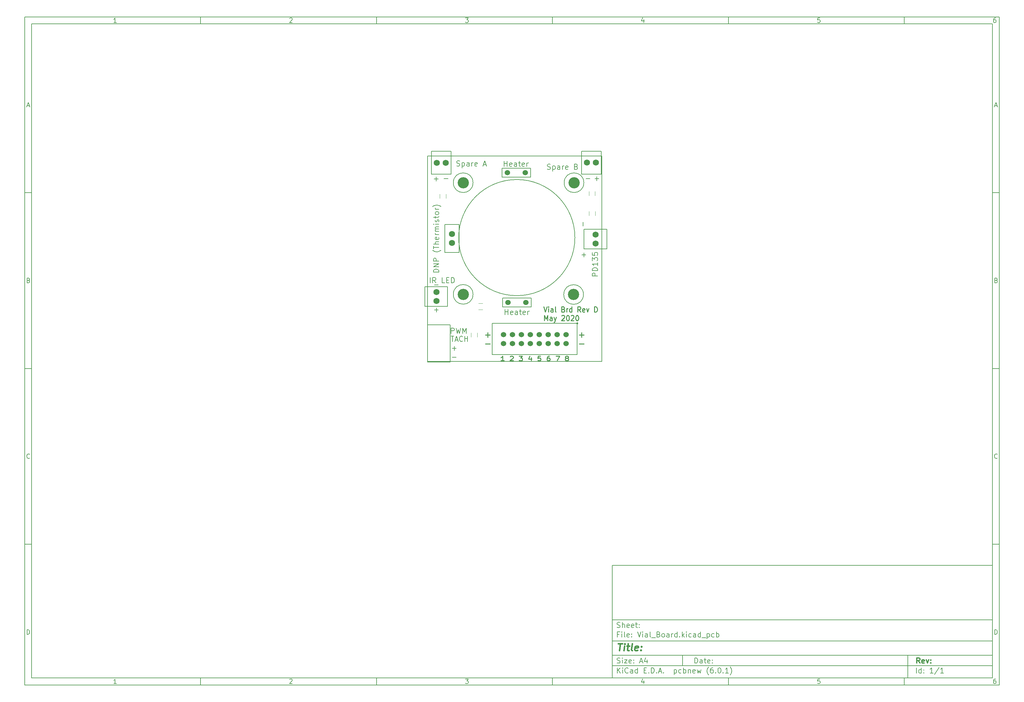
<source format=gbr>
%TF.GenerationSoftware,KiCad,Pcbnew,(6.0.1)*%
%TF.CreationDate,2022-03-10T11:24:42-03:00*%
%TF.ProjectId,Vial_Board,5669616c-5f42-46f6-9172-642e6b696361,rev?*%
%TF.SameCoordinates,Original*%
%TF.FileFunction,Legend,Top*%
%TF.FilePolarity,Positive*%
%FSLAX46Y46*%
G04 Gerber Fmt 4.6, Leading zero omitted, Abs format (unit mm)*
G04 Created by KiCad (PCBNEW (6.0.1)) date 2022-03-10 11:24:42*
%MOMM*%
%LPD*%
G01*
G04 APERTURE LIST*
%ADD10C,0.100000*%
%ADD11C,0.150000*%
%ADD12C,0.300000*%
%ADD13C,0.400000*%
%ADD14C,0.215900*%
%ADD15C,0.177800*%
%ADD16C,0.254000*%
%TA.AperFunction,Profile*%
%ADD17C,0.150000*%
%TD*%
%ADD18C,0.120000*%
%ADD19C,3.199994*%
%ADD20C,1.524000*%
%ADD21C,1.750000*%
G04 APERTURE END LIST*
D10*
D11*
X177002200Y-166007200D02*
X177002200Y-198007200D01*
X285002200Y-198007200D01*
X285002200Y-166007200D01*
X177002200Y-166007200D01*
D10*
D11*
X10000000Y-10000000D02*
X10000000Y-200007200D01*
X287002200Y-200007200D01*
X287002200Y-10000000D01*
X10000000Y-10000000D01*
D10*
D11*
X12000000Y-12000000D02*
X12000000Y-198007200D01*
X285002200Y-198007200D01*
X285002200Y-12000000D01*
X12000000Y-12000000D01*
D10*
D11*
X60000000Y-12000000D02*
X60000000Y-10000000D01*
D10*
D11*
X110000000Y-12000000D02*
X110000000Y-10000000D01*
D10*
D11*
X160000000Y-12000000D02*
X160000000Y-10000000D01*
D10*
D11*
X210000000Y-12000000D02*
X210000000Y-10000000D01*
D10*
D11*
X260000000Y-12000000D02*
X260000000Y-10000000D01*
D10*
D11*
X36065476Y-11588095D02*
X35322619Y-11588095D01*
X35694047Y-11588095D02*
X35694047Y-10288095D01*
X35570238Y-10473809D01*
X35446428Y-10597619D01*
X35322619Y-10659523D01*
D10*
D11*
X85322619Y-10411904D02*
X85384523Y-10350000D01*
X85508333Y-10288095D01*
X85817857Y-10288095D01*
X85941666Y-10350000D01*
X86003571Y-10411904D01*
X86065476Y-10535714D01*
X86065476Y-10659523D01*
X86003571Y-10845238D01*
X85260714Y-11588095D01*
X86065476Y-11588095D01*
D10*
D11*
X135260714Y-10288095D02*
X136065476Y-10288095D01*
X135632142Y-10783333D01*
X135817857Y-10783333D01*
X135941666Y-10845238D01*
X136003571Y-10907142D01*
X136065476Y-11030952D01*
X136065476Y-11340476D01*
X136003571Y-11464285D01*
X135941666Y-11526190D01*
X135817857Y-11588095D01*
X135446428Y-11588095D01*
X135322619Y-11526190D01*
X135260714Y-11464285D01*
D10*
D11*
X185941666Y-10721428D02*
X185941666Y-11588095D01*
X185632142Y-10226190D02*
X185322619Y-11154761D01*
X186127380Y-11154761D01*
D10*
D11*
X236003571Y-10288095D02*
X235384523Y-10288095D01*
X235322619Y-10907142D01*
X235384523Y-10845238D01*
X235508333Y-10783333D01*
X235817857Y-10783333D01*
X235941666Y-10845238D01*
X236003571Y-10907142D01*
X236065476Y-11030952D01*
X236065476Y-11340476D01*
X236003571Y-11464285D01*
X235941666Y-11526190D01*
X235817857Y-11588095D01*
X235508333Y-11588095D01*
X235384523Y-11526190D01*
X235322619Y-11464285D01*
D10*
D11*
X285941666Y-10288095D02*
X285694047Y-10288095D01*
X285570238Y-10350000D01*
X285508333Y-10411904D01*
X285384523Y-10597619D01*
X285322619Y-10845238D01*
X285322619Y-11340476D01*
X285384523Y-11464285D01*
X285446428Y-11526190D01*
X285570238Y-11588095D01*
X285817857Y-11588095D01*
X285941666Y-11526190D01*
X286003571Y-11464285D01*
X286065476Y-11340476D01*
X286065476Y-11030952D01*
X286003571Y-10907142D01*
X285941666Y-10845238D01*
X285817857Y-10783333D01*
X285570238Y-10783333D01*
X285446428Y-10845238D01*
X285384523Y-10907142D01*
X285322619Y-11030952D01*
D10*
D11*
X60000000Y-198007200D02*
X60000000Y-200007200D01*
D10*
D11*
X110000000Y-198007200D02*
X110000000Y-200007200D01*
D10*
D11*
X160000000Y-198007200D02*
X160000000Y-200007200D01*
D10*
D11*
X210000000Y-198007200D02*
X210000000Y-200007200D01*
D10*
D11*
X260000000Y-198007200D02*
X260000000Y-200007200D01*
D10*
D11*
X36065476Y-199595295D02*
X35322619Y-199595295D01*
X35694047Y-199595295D02*
X35694047Y-198295295D01*
X35570238Y-198481009D01*
X35446428Y-198604819D01*
X35322619Y-198666723D01*
D10*
D11*
X85322619Y-198419104D02*
X85384523Y-198357200D01*
X85508333Y-198295295D01*
X85817857Y-198295295D01*
X85941666Y-198357200D01*
X86003571Y-198419104D01*
X86065476Y-198542914D01*
X86065476Y-198666723D01*
X86003571Y-198852438D01*
X85260714Y-199595295D01*
X86065476Y-199595295D01*
D10*
D11*
X135260714Y-198295295D02*
X136065476Y-198295295D01*
X135632142Y-198790533D01*
X135817857Y-198790533D01*
X135941666Y-198852438D01*
X136003571Y-198914342D01*
X136065476Y-199038152D01*
X136065476Y-199347676D01*
X136003571Y-199471485D01*
X135941666Y-199533390D01*
X135817857Y-199595295D01*
X135446428Y-199595295D01*
X135322619Y-199533390D01*
X135260714Y-199471485D01*
D10*
D11*
X185941666Y-198728628D02*
X185941666Y-199595295D01*
X185632142Y-198233390D02*
X185322619Y-199161961D01*
X186127380Y-199161961D01*
D10*
D11*
X236003571Y-198295295D02*
X235384523Y-198295295D01*
X235322619Y-198914342D01*
X235384523Y-198852438D01*
X235508333Y-198790533D01*
X235817857Y-198790533D01*
X235941666Y-198852438D01*
X236003571Y-198914342D01*
X236065476Y-199038152D01*
X236065476Y-199347676D01*
X236003571Y-199471485D01*
X235941666Y-199533390D01*
X235817857Y-199595295D01*
X235508333Y-199595295D01*
X235384523Y-199533390D01*
X235322619Y-199471485D01*
D10*
D11*
X285941666Y-198295295D02*
X285694047Y-198295295D01*
X285570238Y-198357200D01*
X285508333Y-198419104D01*
X285384523Y-198604819D01*
X285322619Y-198852438D01*
X285322619Y-199347676D01*
X285384523Y-199471485D01*
X285446428Y-199533390D01*
X285570238Y-199595295D01*
X285817857Y-199595295D01*
X285941666Y-199533390D01*
X286003571Y-199471485D01*
X286065476Y-199347676D01*
X286065476Y-199038152D01*
X286003571Y-198914342D01*
X285941666Y-198852438D01*
X285817857Y-198790533D01*
X285570238Y-198790533D01*
X285446428Y-198852438D01*
X285384523Y-198914342D01*
X285322619Y-199038152D01*
D10*
D11*
X10000000Y-60000000D02*
X12000000Y-60000000D01*
D10*
D11*
X10000000Y-110000000D02*
X12000000Y-110000000D01*
D10*
D11*
X10000000Y-160000000D02*
X12000000Y-160000000D01*
D10*
D11*
X10690476Y-35216666D02*
X11309523Y-35216666D01*
X10566666Y-35588095D02*
X11000000Y-34288095D01*
X11433333Y-35588095D01*
D10*
D11*
X11092857Y-84907142D02*
X11278571Y-84969047D01*
X11340476Y-85030952D01*
X11402380Y-85154761D01*
X11402380Y-85340476D01*
X11340476Y-85464285D01*
X11278571Y-85526190D01*
X11154761Y-85588095D01*
X10659523Y-85588095D01*
X10659523Y-84288095D01*
X11092857Y-84288095D01*
X11216666Y-84350000D01*
X11278571Y-84411904D01*
X11340476Y-84535714D01*
X11340476Y-84659523D01*
X11278571Y-84783333D01*
X11216666Y-84845238D01*
X11092857Y-84907142D01*
X10659523Y-84907142D01*
D10*
D11*
X11402380Y-135464285D02*
X11340476Y-135526190D01*
X11154761Y-135588095D01*
X11030952Y-135588095D01*
X10845238Y-135526190D01*
X10721428Y-135402380D01*
X10659523Y-135278571D01*
X10597619Y-135030952D01*
X10597619Y-134845238D01*
X10659523Y-134597619D01*
X10721428Y-134473809D01*
X10845238Y-134350000D01*
X11030952Y-134288095D01*
X11154761Y-134288095D01*
X11340476Y-134350000D01*
X11402380Y-134411904D01*
D10*
D11*
X10659523Y-185588095D02*
X10659523Y-184288095D01*
X10969047Y-184288095D01*
X11154761Y-184350000D01*
X11278571Y-184473809D01*
X11340476Y-184597619D01*
X11402380Y-184845238D01*
X11402380Y-185030952D01*
X11340476Y-185278571D01*
X11278571Y-185402380D01*
X11154761Y-185526190D01*
X10969047Y-185588095D01*
X10659523Y-185588095D01*
D10*
D11*
X287002200Y-60000000D02*
X285002200Y-60000000D01*
D10*
D11*
X287002200Y-110000000D02*
X285002200Y-110000000D01*
D10*
D11*
X287002200Y-160000000D02*
X285002200Y-160000000D01*
D10*
D11*
X285692676Y-35216666D02*
X286311723Y-35216666D01*
X285568866Y-35588095D02*
X286002200Y-34288095D01*
X286435533Y-35588095D01*
D10*
D11*
X286095057Y-84907142D02*
X286280771Y-84969047D01*
X286342676Y-85030952D01*
X286404580Y-85154761D01*
X286404580Y-85340476D01*
X286342676Y-85464285D01*
X286280771Y-85526190D01*
X286156961Y-85588095D01*
X285661723Y-85588095D01*
X285661723Y-84288095D01*
X286095057Y-84288095D01*
X286218866Y-84350000D01*
X286280771Y-84411904D01*
X286342676Y-84535714D01*
X286342676Y-84659523D01*
X286280771Y-84783333D01*
X286218866Y-84845238D01*
X286095057Y-84907142D01*
X285661723Y-84907142D01*
D10*
D11*
X286404580Y-135464285D02*
X286342676Y-135526190D01*
X286156961Y-135588095D01*
X286033152Y-135588095D01*
X285847438Y-135526190D01*
X285723628Y-135402380D01*
X285661723Y-135278571D01*
X285599819Y-135030952D01*
X285599819Y-134845238D01*
X285661723Y-134597619D01*
X285723628Y-134473809D01*
X285847438Y-134350000D01*
X286033152Y-134288095D01*
X286156961Y-134288095D01*
X286342676Y-134350000D01*
X286404580Y-134411904D01*
D10*
D11*
X285661723Y-185588095D02*
X285661723Y-184288095D01*
X285971247Y-184288095D01*
X286156961Y-184350000D01*
X286280771Y-184473809D01*
X286342676Y-184597619D01*
X286404580Y-184845238D01*
X286404580Y-185030952D01*
X286342676Y-185278571D01*
X286280771Y-185402380D01*
X286156961Y-185526190D01*
X285971247Y-185588095D01*
X285661723Y-185588095D01*
D10*
D11*
X200434342Y-193785771D02*
X200434342Y-192285771D01*
X200791485Y-192285771D01*
X201005771Y-192357200D01*
X201148628Y-192500057D01*
X201220057Y-192642914D01*
X201291485Y-192928628D01*
X201291485Y-193142914D01*
X201220057Y-193428628D01*
X201148628Y-193571485D01*
X201005771Y-193714342D01*
X200791485Y-193785771D01*
X200434342Y-193785771D01*
X202577200Y-193785771D02*
X202577200Y-193000057D01*
X202505771Y-192857200D01*
X202362914Y-192785771D01*
X202077200Y-192785771D01*
X201934342Y-192857200D01*
X202577200Y-193714342D02*
X202434342Y-193785771D01*
X202077200Y-193785771D01*
X201934342Y-193714342D01*
X201862914Y-193571485D01*
X201862914Y-193428628D01*
X201934342Y-193285771D01*
X202077200Y-193214342D01*
X202434342Y-193214342D01*
X202577200Y-193142914D01*
X203077200Y-192785771D02*
X203648628Y-192785771D01*
X203291485Y-192285771D02*
X203291485Y-193571485D01*
X203362914Y-193714342D01*
X203505771Y-193785771D01*
X203648628Y-193785771D01*
X204720057Y-193714342D02*
X204577200Y-193785771D01*
X204291485Y-193785771D01*
X204148628Y-193714342D01*
X204077200Y-193571485D01*
X204077200Y-193000057D01*
X204148628Y-192857200D01*
X204291485Y-192785771D01*
X204577200Y-192785771D01*
X204720057Y-192857200D01*
X204791485Y-193000057D01*
X204791485Y-193142914D01*
X204077200Y-193285771D01*
X205434342Y-193642914D02*
X205505771Y-193714342D01*
X205434342Y-193785771D01*
X205362914Y-193714342D01*
X205434342Y-193642914D01*
X205434342Y-193785771D01*
X205434342Y-192857200D02*
X205505771Y-192928628D01*
X205434342Y-193000057D01*
X205362914Y-192928628D01*
X205434342Y-192857200D01*
X205434342Y-193000057D01*
D10*
D11*
X177002200Y-194507200D02*
X285002200Y-194507200D01*
D10*
D11*
X178434342Y-196585771D02*
X178434342Y-195085771D01*
X179291485Y-196585771D02*
X178648628Y-195728628D01*
X179291485Y-195085771D02*
X178434342Y-195942914D01*
X179934342Y-196585771D02*
X179934342Y-195585771D01*
X179934342Y-195085771D02*
X179862914Y-195157200D01*
X179934342Y-195228628D01*
X180005771Y-195157200D01*
X179934342Y-195085771D01*
X179934342Y-195228628D01*
X181505771Y-196442914D02*
X181434342Y-196514342D01*
X181220057Y-196585771D01*
X181077200Y-196585771D01*
X180862914Y-196514342D01*
X180720057Y-196371485D01*
X180648628Y-196228628D01*
X180577200Y-195942914D01*
X180577200Y-195728628D01*
X180648628Y-195442914D01*
X180720057Y-195300057D01*
X180862914Y-195157200D01*
X181077200Y-195085771D01*
X181220057Y-195085771D01*
X181434342Y-195157200D01*
X181505771Y-195228628D01*
X182791485Y-196585771D02*
X182791485Y-195800057D01*
X182720057Y-195657200D01*
X182577200Y-195585771D01*
X182291485Y-195585771D01*
X182148628Y-195657200D01*
X182791485Y-196514342D02*
X182648628Y-196585771D01*
X182291485Y-196585771D01*
X182148628Y-196514342D01*
X182077200Y-196371485D01*
X182077200Y-196228628D01*
X182148628Y-196085771D01*
X182291485Y-196014342D01*
X182648628Y-196014342D01*
X182791485Y-195942914D01*
X184148628Y-196585771D02*
X184148628Y-195085771D01*
X184148628Y-196514342D02*
X184005771Y-196585771D01*
X183720057Y-196585771D01*
X183577200Y-196514342D01*
X183505771Y-196442914D01*
X183434342Y-196300057D01*
X183434342Y-195871485D01*
X183505771Y-195728628D01*
X183577200Y-195657200D01*
X183720057Y-195585771D01*
X184005771Y-195585771D01*
X184148628Y-195657200D01*
X186005771Y-195800057D02*
X186505771Y-195800057D01*
X186720057Y-196585771D02*
X186005771Y-196585771D01*
X186005771Y-195085771D01*
X186720057Y-195085771D01*
X187362914Y-196442914D02*
X187434342Y-196514342D01*
X187362914Y-196585771D01*
X187291485Y-196514342D01*
X187362914Y-196442914D01*
X187362914Y-196585771D01*
X188077200Y-196585771D02*
X188077200Y-195085771D01*
X188434342Y-195085771D01*
X188648628Y-195157200D01*
X188791485Y-195300057D01*
X188862914Y-195442914D01*
X188934342Y-195728628D01*
X188934342Y-195942914D01*
X188862914Y-196228628D01*
X188791485Y-196371485D01*
X188648628Y-196514342D01*
X188434342Y-196585771D01*
X188077200Y-196585771D01*
X189577200Y-196442914D02*
X189648628Y-196514342D01*
X189577200Y-196585771D01*
X189505771Y-196514342D01*
X189577200Y-196442914D01*
X189577200Y-196585771D01*
X190220057Y-196157200D02*
X190934342Y-196157200D01*
X190077200Y-196585771D02*
X190577200Y-195085771D01*
X191077200Y-196585771D01*
X191577200Y-196442914D02*
X191648628Y-196514342D01*
X191577200Y-196585771D01*
X191505771Y-196514342D01*
X191577200Y-196442914D01*
X191577200Y-196585771D01*
X194577200Y-195585771D02*
X194577200Y-197085771D01*
X194577200Y-195657200D02*
X194720057Y-195585771D01*
X195005771Y-195585771D01*
X195148628Y-195657200D01*
X195220057Y-195728628D01*
X195291485Y-195871485D01*
X195291485Y-196300057D01*
X195220057Y-196442914D01*
X195148628Y-196514342D01*
X195005771Y-196585771D01*
X194720057Y-196585771D01*
X194577200Y-196514342D01*
X196577200Y-196514342D02*
X196434342Y-196585771D01*
X196148628Y-196585771D01*
X196005771Y-196514342D01*
X195934342Y-196442914D01*
X195862914Y-196300057D01*
X195862914Y-195871485D01*
X195934342Y-195728628D01*
X196005771Y-195657200D01*
X196148628Y-195585771D01*
X196434342Y-195585771D01*
X196577200Y-195657200D01*
X197220057Y-196585771D02*
X197220057Y-195085771D01*
X197220057Y-195657200D02*
X197362914Y-195585771D01*
X197648628Y-195585771D01*
X197791485Y-195657200D01*
X197862914Y-195728628D01*
X197934342Y-195871485D01*
X197934342Y-196300057D01*
X197862914Y-196442914D01*
X197791485Y-196514342D01*
X197648628Y-196585771D01*
X197362914Y-196585771D01*
X197220057Y-196514342D01*
X198577200Y-195585771D02*
X198577200Y-196585771D01*
X198577200Y-195728628D02*
X198648628Y-195657200D01*
X198791485Y-195585771D01*
X199005771Y-195585771D01*
X199148628Y-195657200D01*
X199220057Y-195800057D01*
X199220057Y-196585771D01*
X200505771Y-196514342D02*
X200362914Y-196585771D01*
X200077200Y-196585771D01*
X199934342Y-196514342D01*
X199862914Y-196371485D01*
X199862914Y-195800057D01*
X199934342Y-195657200D01*
X200077200Y-195585771D01*
X200362914Y-195585771D01*
X200505771Y-195657200D01*
X200577200Y-195800057D01*
X200577200Y-195942914D01*
X199862914Y-196085771D01*
X201077200Y-195585771D02*
X201362914Y-196585771D01*
X201648628Y-195871485D01*
X201934342Y-196585771D01*
X202220057Y-195585771D01*
X204362914Y-197157200D02*
X204291485Y-197085771D01*
X204148628Y-196871485D01*
X204077200Y-196728628D01*
X204005771Y-196514342D01*
X203934342Y-196157200D01*
X203934342Y-195871485D01*
X204005771Y-195514342D01*
X204077200Y-195300057D01*
X204148628Y-195157200D01*
X204291485Y-194942914D01*
X204362914Y-194871485D01*
X205577200Y-195085771D02*
X205291485Y-195085771D01*
X205148628Y-195157200D01*
X205077200Y-195228628D01*
X204934342Y-195442914D01*
X204862914Y-195728628D01*
X204862914Y-196300057D01*
X204934342Y-196442914D01*
X205005771Y-196514342D01*
X205148628Y-196585771D01*
X205434342Y-196585771D01*
X205577200Y-196514342D01*
X205648628Y-196442914D01*
X205720057Y-196300057D01*
X205720057Y-195942914D01*
X205648628Y-195800057D01*
X205577200Y-195728628D01*
X205434342Y-195657200D01*
X205148628Y-195657200D01*
X205005771Y-195728628D01*
X204934342Y-195800057D01*
X204862914Y-195942914D01*
X206362914Y-196442914D02*
X206434342Y-196514342D01*
X206362914Y-196585771D01*
X206291485Y-196514342D01*
X206362914Y-196442914D01*
X206362914Y-196585771D01*
X207362914Y-195085771D02*
X207505771Y-195085771D01*
X207648628Y-195157200D01*
X207720057Y-195228628D01*
X207791485Y-195371485D01*
X207862914Y-195657200D01*
X207862914Y-196014342D01*
X207791485Y-196300057D01*
X207720057Y-196442914D01*
X207648628Y-196514342D01*
X207505771Y-196585771D01*
X207362914Y-196585771D01*
X207220057Y-196514342D01*
X207148628Y-196442914D01*
X207077200Y-196300057D01*
X207005771Y-196014342D01*
X207005771Y-195657200D01*
X207077200Y-195371485D01*
X207148628Y-195228628D01*
X207220057Y-195157200D01*
X207362914Y-195085771D01*
X208505771Y-196442914D02*
X208577200Y-196514342D01*
X208505771Y-196585771D01*
X208434342Y-196514342D01*
X208505771Y-196442914D01*
X208505771Y-196585771D01*
X210005771Y-196585771D02*
X209148628Y-196585771D01*
X209577200Y-196585771D02*
X209577200Y-195085771D01*
X209434342Y-195300057D01*
X209291485Y-195442914D01*
X209148628Y-195514342D01*
X210505771Y-197157200D02*
X210577200Y-197085771D01*
X210720057Y-196871485D01*
X210791485Y-196728628D01*
X210862914Y-196514342D01*
X210934342Y-196157200D01*
X210934342Y-195871485D01*
X210862914Y-195514342D01*
X210791485Y-195300057D01*
X210720057Y-195157200D01*
X210577200Y-194942914D01*
X210505771Y-194871485D01*
D10*
D11*
X177002200Y-191507200D02*
X285002200Y-191507200D01*
D10*
D12*
X264411485Y-193785771D02*
X263911485Y-193071485D01*
X263554342Y-193785771D02*
X263554342Y-192285771D01*
X264125771Y-192285771D01*
X264268628Y-192357200D01*
X264340057Y-192428628D01*
X264411485Y-192571485D01*
X264411485Y-192785771D01*
X264340057Y-192928628D01*
X264268628Y-193000057D01*
X264125771Y-193071485D01*
X263554342Y-193071485D01*
X265625771Y-193714342D02*
X265482914Y-193785771D01*
X265197200Y-193785771D01*
X265054342Y-193714342D01*
X264982914Y-193571485D01*
X264982914Y-193000057D01*
X265054342Y-192857200D01*
X265197200Y-192785771D01*
X265482914Y-192785771D01*
X265625771Y-192857200D01*
X265697200Y-193000057D01*
X265697200Y-193142914D01*
X264982914Y-193285771D01*
X266197200Y-192785771D02*
X266554342Y-193785771D01*
X266911485Y-192785771D01*
X267482914Y-193642914D02*
X267554342Y-193714342D01*
X267482914Y-193785771D01*
X267411485Y-193714342D01*
X267482914Y-193642914D01*
X267482914Y-193785771D01*
X267482914Y-192857200D02*
X267554342Y-192928628D01*
X267482914Y-193000057D01*
X267411485Y-192928628D01*
X267482914Y-192857200D01*
X267482914Y-193000057D01*
D10*
D11*
X178362914Y-193714342D02*
X178577200Y-193785771D01*
X178934342Y-193785771D01*
X179077200Y-193714342D01*
X179148628Y-193642914D01*
X179220057Y-193500057D01*
X179220057Y-193357200D01*
X179148628Y-193214342D01*
X179077200Y-193142914D01*
X178934342Y-193071485D01*
X178648628Y-193000057D01*
X178505771Y-192928628D01*
X178434342Y-192857200D01*
X178362914Y-192714342D01*
X178362914Y-192571485D01*
X178434342Y-192428628D01*
X178505771Y-192357200D01*
X178648628Y-192285771D01*
X179005771Y-192285771D01*
X179220057Y-192357200D01*
X179862914Y-193785771D02*
X179862914Y-192785771D01*
X179862914Y-192285771D02*
X179791485Y-192357200D01*
X179862914Y-192428628D01*
X179934342Y-192357200D01*
X179862914Y-192285771D01*
X179862914Y-192428628D01*
X180434342Y-192785771D02*
X181220057Y-192785771D01*
X180434342Y-193785771D01*
X181220057Y-193785771D01*
X182362914Y-193714342D02*
X182220057Y-193785771D01*
X181934342Y-193785771D01*
X181791485Y-193714342D01*
X181720057Y-193571485D01*
X181720057Y-193000057D01*
X181791485Y-192857200D01*
X181934342Y-192785771D01*
X182220057Y-192785771D01*
X182362914Y-192857200D01*
X182434342Y-193000057D01*
X182434342Y-193142914D01*
X181720057Y-193285771D01*
X183077200Y-193642914D02*
X183148628Y-193714342D01*
X183077200Y-193785771D01*
X183005771Y-193714342D01*
X183077200Y-193642914D01*
X183077200Y-193785771D01*
X183077200Y-192857200D02*
X183148628Y-192928628D01*
X183077200Y-193000057D01*
X183005771Y-192928628D01*
X183077200Y-192857200D01*
X183077200Y-193000057D01*
X184862914Y-193357200D02*
X185577200Y-193357200D01*
X184720057Y-193785771D02*
X185220057Y-192285771D01*
X185720057Y-193785771D01*
X186862914Y-192785771D02*
X186862914Y-193785771D01*
X186505771Y-192214342D02*
X186148628Y-193285771D01*
X187077200Y-193285771D01*
D10*
D11*
X263434342Y-196585771D02*
X263434342Y-195085771D01*
X264791485Y-196585771D02*
X264791485Y-195085771D01*
X264791485Y-196514342D02*
X264648628Y-196585771D01*
X264362914Y-196585771D01*
X264220057Y-196514342D01*
X264148628Y-196442914D01*
X264077200Y-196300057D01*
X264077200Y-195871485D01*
X264148628Y-195728628D01*
X264220057Y-195657200D01*
X264362914Y-195585771D01*
X264648628Y-195585771D01*
X264791485Y-195657200D01*
X265505771Y-196442914D02*
X265577200Y-196514342D01*
X265505771Y-196585771D01*
X265434342Y-196514342D01*
X265505771Y-196442914D01*
X265505771Y-196585771D01*
X265505771Y-195657200D02*
X265577200Y-195728628D01*
X265505771Y-195800057D01*
X265434342Y-195728628D01*
X265505771Y-195657200D01*
X265505771Y-195800057D01*
X268148628Y-196585771D02*
X267291485Y-196585771D01*
X267720057Y-196585771D02*
X267720057Y-195085771D01*
X267577200Y-195300057D01*
X267434342Y-195442914D01*
X267291485Y-195514342D01*
X269862914Y-195014342D02*
X268577200Y-196942914D01*
X271148628Y-196585771D02*
X270291485Y-196585771D01*
X270720057Y-196585771D02*
X270720057Y-195085771D01*
X270577200Y-195300057D01*
X270434342Y-195442914D01*
X270291485Y-195514342D01*
D10*
D11*
X177002200Y-187507200D02*
X285002200Y-187507200D01*
D10*
D13*
X178714580Y-188211961D02*
X179857438Y-188211961D01*
X179036009Y-190211961D02*
X179286009Y-188211961D01*
X180274104Y-190211961D02*
X180440771Y-188878628D01*
X180524104Y-188211961D02*
X180416961Y-188307200D01*
X180500295Y-188402438D01*
X180607438Y-188307200D01*
X180524104Y-188211961D01*
X180500295Y-188402438D01*
X181107438Y-188878628D02*
X181869342Y-188878628D01*
X181476485Y-188211961D02*
X181262200Y-189926247D01*
X181333628Y-190116723D01*
X181512200Y-190211961D01*
X181702676Y-190211961D01*
X182655057Y-190211961D02*
X182476485Y-190116723D01*
X182405057Y-189926247D01*
X182619342Y-188211961D01*
X184190771Y-190116723D02*
X183988390Y-190211961D01*
X183607438Y-190211961D01*
X183428866Y-190116723D01*
X183357438Y-189926247D01*
X183452676Y-189164342D01*
X183571723Y-188973866D01*
X183774104Y-188878628D01*
X184155057Y-188878628D01*
X184333628Y-188973866D01*
X184405057Y-189164342D01*
X184381247Y-189354819D01*
X183405057Y-189545295D01*
X185155057Y-190021485D02*
X185238390Y-190116723D01*
X185131247Y-190211961D01*
X185047914Y-190116723D01*
X185155057Y-190021485D01*
X185131247Y-190211961D01*
X185286009Y-188973866D02*
X185369342Y-189069104D01*
X185262200Y-189164342D01*
X185178866Y-189069104D01*
X185286009Y-188973866D01*
X185262200Y-189164342D01*
D10*
D11*
X178934342Y-185600057D02*
X178434342Y-185600057D01*
X178434342Y-186385771D02*
X178434342Y-184885771D01*
X179148628Y-184885771D01*
X179720057Y-186385771D02*
X179720057Y-185385771D01*
X179720057Y-184885771D02*
X179648628Y-184957200D01*
X179720057Y-185028628D01*
X179791485Y-184957200D01*
X179720057Y-184885771D01*
X179720057Y-185028628D01*
X180648628Y-186385771D02*
X180505771Y-186314342D01*
X180434342Y-186171485D01*
X180434342Y-184885771D01*
X181791485Y-186314342D02*
X181648628Y-186385771D01*
X181362914Y-186385771D01*
X181220057Y-186314342D01*
X181148628Y-186171485D01*
X181148628Y-185600057D01*
X181220057Y-185457200D01*
X181362914Y-185385771D01*
X181648628Y-185385771D01*
X181791485Y-185457200D01*
X181862914Y-185600057D01*
X181862914Y-185742914D01*
X181148628Y-185885771D01*
X182505771Y-186242914D02*
X182577200Y-186314342D01*
X182505771Y-186385771D01*
X182434342Y-186314342D01*
X182505771Y-186242914D01*
X182505771Y-186385771D01*
X182505771Y-185457200D02*
X182577200Y-185528628D01*
X182505771Y-185600057D01*
X182434342Y-185528628D01*
X182505771Y-185457200D01*
X182505771Y-185600057D01*
X184148628Y-184885771D02*
X184648628Y-186385771D01*
X185148628Y-184885771D01*
X185648628Y-186385771D02*
X185648628Y-185385771D01*
X185648628Y-184885771D02*
X185577200Y-184957200D01*
X185648628Y-185028628D01*
X185720057Y-184957200D01*
X185648628Y-184885771D01*
X185648628Y-185028628D01*
X187005771Y-186385771D02*
X187005771Y-185600057D01*
X186934342Y-185457200D01*
X186791485Y-185385771D01*
X186505771Y-185385771D01*
X186362914Y-185457200D01*
X187005771Y-186314342D02*
X186862914Y-186385771D01*
X186505771Y-186385771D01*
X186362914Y-186314342D01*
X186291485Y-186171485D01*
X186291485Y-186028628D01*
X186362914Y-185885771D01*
X186505771Y-185814342D01*
X186862914Y-185814342D01*
X187005771Y-185742914D01*
X187934342Y-186385771D02*
X187791485Y-186314342D01*
X187720057Y-186171485D01*
X187720057Y-184885771D01*
X188148628Y-186528628D02*
X189291485Y-186528628D01*
X190148628Y-185600057D02*
X190362914Y-185671485D01*
X190434342Y-185742914D01*
X190505771Y-185885771D01*
X190505771Y-186100057D01*
X190434342Y-186242914D01*
X190362914Y-186314342D01*
X190220057Y-186385771D01*
X189648628Y-186385771D01*
X189648628Y-184885771D01*
X190148628Y-184885771D01*
X190291485Y-184957200D01*
X190362914Y-185028628D01*
X190434342Y-185171485D01*
X190434342Y-185314342D01*
X190362914Y-185457200D01*
X190291485Y-185528628D01*
X190148628Y-185600057D01*
X189648628Y-185600057D01*
X191362914Y-186385771D02*
X191220057Y-186314342D01*
X191148628Y-186242914D01*
X191077200Y-186100057D01*
X191077200Y-185671485D01*
X191148628Y-185528628D01*
X191220057Y-185457200D01*
X191362914Y-185385771D01*
X191577200Y-185385771D01*
X191720057Y-185457200D01*
X191791485Y-185528628D01*
X191862914Y-185671485D01*
X191862914Y-186100057D01*
X191791485Y-186242914D01*
X191720057Y-186314342D01*
X191577200Y-186385771D01*
X191362914Y-186385771D01*
X193148628Y-186385771D02*
X193148628Y-185600057D01*
X193077200Y-185457200D01*
X192934342Y-185385771D01*
X192648628Y-185385771D01*
X192505771Y-185457200D01*
X193148628Y-186314342D02*
X193005771Y-186385771D01*
X192648628Y-186385771D01*
X192505771Y-186314342D01*
X192434342Y-186171485D01*
X192434342Y-186028628D01*
X192505771Y-185885771D01*
X192648628Y-185814342D01*
X193005771Y-185814342D01*
X193148628Y-185742914D01*
X193862914Y-186385771D02*
X193862914Y-185385771D01*
X193862914Y-185671485D02*
X193934342Y-185528628D01*
X194005771Y-185457200D01*
X194148628Y-185385771D01*
X194291485Y-185385771D01*
X195434342Y-186385771D02*
X195434342Y-184885771D01*
X195434342Y-186314342D02*
X195291485Y-186385771D01*
X195005771Y-186385771D01*
X194862914Y-186314342D01*
X194791485Y-186242914D01*
X194720057Y-186100057D01*
X194720057Y-185671485D01*
X194791485Y-185528628D01*
X194862914Y-185457200D01*
X195005771Y-185385771D01*
X195291485Y-185385771D01*
X195434342Y-185457200D01*
X196148628Y-186242914D02*
X196220057Y-186314342D01*
X196148628Y-186385771D01*
X196077200Y-186314342D01*
X196148628Y-186242914D01*
X196148628Y-186385771D01*
X196862914Y-186385771D02*
X196862914Y-184885771D01*
X197005771Y-185814342D02*
X197434342Y-186385771D01*
X197434342Y-185385771D02*
X196862914Y-185957200D01*
X198077200Y-186385771D02*
X198077200Y-185385771D01*
X198077200Y-184885771D02*
X198005771Y-184957200D01*
X198077200Y-185028628D01*
X198148628Y-184957200D01*
X198077200Y-184885771D01*
X198077200Y-185028628D01*
X199434342Y-186314342D02*
X199291485Y-186385771D01*
X199005771Y-186385771D01*
X198862914Y-186314342D01*
X198791485Y-186242914D01*
X198720057Y-186100057D01*
X198720057Y-185671485D01*
X198791485Y-185528628D01*
X198862914Y-185457200D01*
X199005771Y-185385771D01*
X199291485Y-185385771D01*
X199434342Y-185457200D01*
X200720057Y-186385771D02*
X200720057Y-185600057D01*
X200648628Y-185457200D01*
X200505771Y-185385771D01*
X200220057Y-185385771D01*
X200077200Y-185457200D01*
X200720057Y-186314342D02*
X200577200Y-186385771D01*
X200220057Y-186385771D01*
X200077200Y-186314342D01*
X200005771Y-186171485D01*
X200005771Y-186028628D01*
X200077200Y-185885771D01*
X200220057Y-185814342D01*
X200577200Y-185814342D01*
X200720057Y-185742914D01*
X202077200Y-186385771D02*
X202077200Y-184885771D01*
X202077200Y-186314342D02*
X201934342Y-186385771D01*
X201648628Y-186385771D01*
X201505771Y-186314342D01*
X201434342Y-186242914D01*
X201362914Y-186100057D01*
X201362914Y-185671485D01*
X201434342Y-185528628D01*
X201505771Y-185457200D01*
X201648628Y-185385771D01*
X201934342Y-185385771D01*
X202077200Y-185457200D01*
X202434342Y-186528628D02*
X203577200Y-186528628D01*
X203934342Y-185385771D02*
X203934342Y-186885771D01*
X203934342Y-185457200D02*
X204077200Y-185385771D01*
X204362914Y-185385771D01*
X204505771Y-185457200D01*
X204577200Y-185528628D01*
X204648628Y-185671485D01*
X204648628Y-186100057D01*
X204577200Y-186242914D01*
X204505771Y-186314342D01*
X204362914Y-186385771D01*
X204077200Y-186385771D01*
X203934342Y-186314342D01*
X205934342Y-186314342D02*
X205791485Y-186385771D01*
X205505771Y-186385771D01*
X205362914Y-186314342D01*
X205291485Y-186242914D01*
X205220057Y-186100057D01*
X205220057Y-185671485D01*
X205291485Y-185528628D01*
X205362914Y-185457200D01*
X205505771Y-185385771D01*
X205791485Y-185385771D01*
X205934342Y-185457200D01*
X206577200Y-186385771D02*
X206577200Y-184885771D01*
X206577200Y-185457200D02*
X206720057Y-185385771D01*
X207005771Y-185385771D01*
X207148628Y-185457200D01*
X207220057Y-185528628D01*
X207291485Y-185671485D01*
X207291485Y-186100057D01*
X207220057Y-186242914D01*
X207148628Y-186314342D01*
X207005771Y-186385771D01*
X206720057Y-186385771D01*
X206577200Y-186314342D01*
D10*
D11*
X177002200Y-181507200D02*
X285002200Y-181507200D01*
D10*
D11*
X178362914Y-183614342D02*
X178577200Y-183685771D01*
X178934342Y-183685771D01*
X179077200Y-183614342D01*
X179148628Y-183542914D01*
X179220057Y-183400057D01*
X179220057Y-183257200D01*
X179148628Y-183114342D01*
X179077200Y-183042914D01*
X178934342Y-182971485D01*
X178648628Y-182900057D01*
X178505771Y-182828628D01*
X178434342Y-182757200D01*
X178362914Y-182614342D01*
X178362914Y-182471485D01*
X178434342Y-182328628D01*
X178505771Y-182257200D01*
X178648628Y-182185771D01*
X179005771Y-182185771D01*
X179220057Y-182257200D01*
X179862914Y-183685771D02*
X179862914Y-182185771D01*
X180505771Y-183685771D02*
X180505771Y-182900057D01*
X180434342Y-182757200D01*
X180291485Y-182685771D01*
X180077200Y-182685771D01*
X179934342Y-182757200D01*
X179862914Y-182828628D01*
X181791485Y-183614342D02*
X181648628Y-183685771D01*
X181362914Y-183685771D01*
X181220057Y-183614342D01*
X181148628Y-183471485D01*
X181148628Y-182900057D01*
X181220057Y-182757200D01*
X181362914Y-182685771D01*
X181648628Y-182685771D01*
X181791485Y-182757200D01*
X181862914Y-182900057D01*
X181862914Y-183042914D01*
X181148628Y-183185771D01*
X183077200Y-183614342D02*
X182934342Y-183685771D01*
X182648628Y-183685771D01*
X182505771Y-183614342D01*
X182434342Y-183471485D01*
X182434342Y-182900057D01*
X182505771Y-182757200D01*
X182648628Y-182685771D01*
X182934342Y-182685771D01*
X183077200Y-182757200D01*
X183148628Y-182900057D01*
X183148628Y-183042914D01*
X182434342Y-183185771D01*
X183577200Y-182685771D02*
X184148628Y-182685771D01*
X183791485Y-182185771D02*
X183791485Y-183471485D01*
X183862914Y-183614342D01*
X184005771Y-183685771D01*
X184148628Y-183685771D01*
X184648628Y-183542914D02*
X184720057Y-183614342D01*
X184648628Y-183685771D01*
X184577200Y-183614342D01*
X184648628Y-183542914D01*
X184648628Y-183685771D01*
X184648628Y-182757200D02*
X184720057Y-182828628D01*
X184648628Y-182900057D01*
X184577200Y-182828628D01*
X184648628Y-182757200D01*
X184648628Y-182900057D01*
D10*
D12*
D10*
D11*
D10*
D11*
D10*
D11*
D10*
D11*
D10*
D11*
X197002200Y-191507200D02*
X197002200Y-194507200D01*
D10*
D11*
X261002200Y-191507200D02*
X261002200Y-198007200D01*
D14*
X140927666Y-102997000D02*
X142282333Y-102997000D01*
X140927666Y-100457000D02*
X142282333Y-100457000D01*
X141605000Y-101134333D02*
X141605000Y-99779666D01*
D15*
X126941142Y-55469428D02*
X126941142Y-56630571D01*
X126360571Y-56050000D02*
X127521714Y-56050000D01*
X131175880Y-100765428D02*
X131974166Y-100765428D01*
X131575023Y-102289428D02*
X131575023Y-100765428D01*
X132373309Y-101854000D02*
X133038547Y-101854000D01*
X132240261Y-102289428D02*
X132705928Y-100765428D01*
X133171595Y-102289428D01*
X134435547Y-102144285D02*
X134369023Y-102216857D01*
X134169452Y-102289428D01*
X134036404Y-102289428D01*
X133836833Y-102216857D01*
X133703785Y-102071714D01*
X133637261Y-101926571D01*
X133570738Y-101636285D01*
X133570738Y-101418571D01*
X133637261Y-101128285D01*
X133703785Y-100983142D01*
X133836833Y-100838000D01*
X134036404Y-100765428D01*
X134169452Y-100765428D01*
X134369023Y-100838000D01*
X134435547Y-100910571D01*
X135034261Y-102289428D02*
X135034261Y-100765428D01*
X135034261Y-101491142D02*
X135832547Y-101491142D01*
X135832547Y-102289428D02*
X135832547Y-100765428D01*
X131499428Y-104248857D02*
X132660571Y-104248857D01*
X132080000Y-104829428D02*
X132080000Y-103668285D01*
X131209142Y-100003428D02*
X131209142Y-98479428D01*
X131789714Y-98479428D01*
X131934857Y-98552000D01*
X132007428Y-98624571D01*
X132080000Y-98769714D01*
X132080000Y-98987428D01*
X132007428Y-99132571D01*
X131934857Y-99205142D01*
X131789714Y-99277714D01*
X131209142Y-99277714D01*
X132588000Y-98479428D02*
X132950857Y-100003428D01*
X133241142Y-98914857D01*
X133531428Y-100003428D01*
X133894285Y-98479428D01*
X134474857Y-100003428D02*
X134474857Y-98479428D01*
X134982857Y-99568000D01*
X135490857Y-98479428D01*
X135490857Y-100003428D01*
D14*
X157493382Y-92418608D02*
X157959049Y-93942608D01*
X158424715Y-92418608D01*
X158890382Y-93942608D02*
X158890382Y-92926608D01*
X158890382Y-92418608D02*
X158823858Y-92491180D01*
X158890382Y-92563751D01*
X158956906Y-92491180D01*
X158890382Y-92418608D01*
X158890382Y-92563751D01*
X160154335Y-93942608D02*
X160154335Y-93144322D01*
X160087811Y-92999180D01*
X159954763Y-92926608D01*
X159688668Y-92926608D01*
X159555620Y-92999180D01*
X160154335Y-93870037D02*
X160021287Y-93942608D01*
X159688668Y-93942608D01*
X159555620Y-93870037D01*
X159489096Y-93724894D01*
X159489096Y-93579751D01*
X159555620Y-93434608D01*
X159688668Y-93362037D01*
X160021287Y-93362037D01*
X160154335Y-93289465D01*
X161019144Y-93942608D02*
X160886096Y-93870037D01*
X160819573Y-93724894D01*
X160819573Y-92418608D01*
X163081382Y-93144322D02*
X163280954Y-93216894D01*
X163347477Y-93289465D01*
X163414001Y-93434608D01*
X163414001Y-93652322D01*
X163347477Y-93797465D01*
X163280954Y-93870037D01*
X163147906Y-93942608D01*
X162615715Y-93942608D01*
X162615715Y-92418608D01*
X163081382Y-92418608D01*
X163214430Y-92491180D01*
X163280954Y-92563751D01*
X163347477Y-92708894D01*
X163347477Y-92854037D01*
X163280954Y-92999180D01*
X163214430Y-93071751D01*
X163081382Y-93144322D01*
X162615715Y-93144322D01*
X164012715Y-93942608D02*
X164012715Y-92926608D01*
X164012715Y-93216894D02*
X164079239Y-93071751D01*
X164145763Y-92999180D01*
X164278811Y-92926608D01*
X164411858Y-92926608D01*
X165476239Y-93942608D02*
X165476239Y-92418608D01*
X165476239Y-93870037D02*
X165343192Y-93942608D01*
X165077096Y-93942608D01*
X164944049Y-93870037D01*
X164877525Y-93797465D01*
X164811001Y-93652322D01*
X164811001Y-93216894D01*
X164877525Y-93071751D01*
X164944049Y-92999180D01*
X165077096Y-92926608D01*
X165343192Y-92926608D01*
X165476239Y-92999180D01*
X168004144Y-93942608D02*
X167538477Y-93216894D01*
X167205858Y-93942608D02*
X167205858Y-92418608D01*
X167738049Y-92418608D01*
X167871096Y-92491180D01*
X167937620Y-92563751D01*
X168004144Y-92708894D01*
X168004144Y-92926608D01*
X167937620Y-93071751D01*
X167871096Y-93144322D01*
X167738049Y-93216894D01*
X167205858Y-93216894D01*
X169135049Y-93870037D02*
X169002001Y-93942608D01*
X168735906Y-93942608D01*
X168602858Y-93870037D01*
X168536335Y-93724894D01*
X168536335Y-93144322D01*
X168602858Y-92999180D01*
X168735906Y-92926608D01*
X169002001Y-92926608D01*
X169135049Y-92999180D01*
X169201573Y-93144322D01*
X169201573Y-93289465D01*
X168536335Y-93434608D01*
X169667239Y-92926608D02*
X169999858Y-93942608D01*
X170332477Y-92926608D01*
X171929049Y-93942608D02*
X171929049Y-92418608D01*
X172261668Y-92418608D01*
X172461239Y-92491180D01*
X172594287Y-92636322D01*
X172660811Y-92781465D01*
X172727335Y-93071751D01*
X172727335Y-93289465D01*
X172660811Y-93579751D01*
X172594287Y-93724894D01*
X172461239Y-93870037D01*
X172261668Y-93942608D01*
X171929049Y-93942608D01*
X157692954Y-96396248D02*
X157692954Y-94872248D01*
X158158620Y-95960820D01*
X158624287Y-94872248D01*
X158624287Y-96396248D01*
X159888239Y-96396248D02*
X159888239Y-95597962D01*
X159821715Y-95452820D01*
X159688668Y-95380248D01*
X159422573Y-95380248D01*
X159289525Y-95452820D01*
X159888239Y-96323677D02*
X159755192Y-96396248D01*
X159422573Y-96396248D01*
X159289525Y-96323677D01*
X159223001Y-96178534D01*
X159223001Y-96033391D01*
X159289525Y-95888248D01*
X159422573Y-95815677D01*
X159755192Y-95815677D01*
X159888239Y-95743105D01*
X160420430Y-95380248D02*
X160753049Y-96396248D01*
X161085668Y-95380248D02*
X160753049Y-96396248D01*
X160620001Y-96759105D01*
X160553477Y-96831677D01*
X160420430Y-96904248D01*
X162615715Y-95017391D02*
X162682239Y-94944820D01*
X162815287Y-94872248D01*
X163147906Y-94872248D01*
X163280954Y-94944820D01*
X163347477Y-95017391D01*
X163414001Y-95162534D01*
X163414001Y-95307677D01*
X163347477Y-95525391D01*
X162549192Y-96396248D01*
X163414001Y-96396248D01*
X164278811Y-94872248D02*
X164411858Y-94872248D01*
X164544906Y-94944820D01*
X164611430Y-95017391D01*
X164677954Y-95162534D01*
X164744477Y-95452820D01*
X164744477Y-95815677D01*
X164677954Y-96105962D01*
X164611430Y-96251105D01*
X164544906Y-96323677D01*
X164411858Y-96396248D01*
X164278811Y-96396248D01*
X164145763Y-96323677D01*
X164079239Y-96251105D01*
X164012715Y-96105962D01*
X163946192Y-95815677D01*
X163946192Y-95452820D01*
X164012715Y-95162534D01*
X164079239Y-95017391D01*
X164145763Y-94944820D01*
X164278811Y-94872248D01*
X165276668Y-95017391D02*
X165343192Y-94944820D01*
X165476239Y-94872248D01*
X165808858Y-94872248D01*
X165941906Y-94944820D01*
X166008430Y-95017391D01*
X166074954Y-95162534D01*
X166074954Y-95307677D01*
X166008430Y-95525391D01*
X165210144Y-96396248D01*
X166074954Y-96396248D01*
X166939763Y-94872248D02*
X167072811Y-94872248D01*
X167205858Y-94944820D01*
X167272382Y-95017391D01*
X167338906Y-95162534D01*
X167405430Y-95452820D01*
X167405430Y-95815677D01*
X167338906Y-96105962D01*
X167272382Y-96251105D01*
X167205858Y-96323677D01*
X167072811Y-96396248D01*
X166939763Y-96396248D01*
X166806715Y-96323677D01*
X166740192Y-96251105D01*
X166673668Y-96105962D01*
X166607144Y-95815677D01*
X166607144Y-95452820D01*
X166673668Y-95162534D01*
X166740192Y-95017391D01*
X166806715Y-94944820D01*
X166939763Y-94872248D01*
D16*
X146231428Y-107762523D02*
X145360571Y-107762523D01*
X145796000Y-107762523D02*
X145796000Y-106492523D01*
X145650857Y-106673952D01*
X145505714Y-106794904D01*
X145360571Y-106855380D01*
X147973142Y-106613476D02*
X148045714Y-106553000D01*
X148190857Y-106492523D01*
X148553714Y-106492523D01*
X148698857Y-106553000D01*
X148771428Y-106613476D01*
X148844000Y-106734428D01*
X148844000Y-106855380D01*
X148771428Y-107036809D01*
X147900571Y-107762523D01*
X148844000Y-107762523D01*
X150513142Y-106492523D02*
X151456571Y-106492523D01*
X150948571Y-106976333D01*
X151166285Y-106976333D01*
X151311428Y-107036809D01*
X151384000Y-107097285D01*
X151456571Y-107218238D01*
X151456571Y-107520619D01*
X151384000Y-107641571D01*
X151311428Y-107702047D01*
X151166285Y-107762523D01*
X150730857Y-107762523D01*
X150585714Y-107702047D01*
X150513142Y-107641571D01*
X153924000Y-106915857D02*
X153924000Y-107762523D01*
X153561142Y-106432047D02*
X153198285Y-107339190D01*
X154141714Y-107339190D01*
X156609142Y-106492523D02*
X155883428Y-106492523D01*
X155810857Y-107097285D01*
X155883428Y-107036809D01*
X156028571Y-106976333D01*
X156391428Y-106976333D01*
X156536571Y-107036809D01*
X156609142Y-107097285D01*
X156681714Y-107218238D01*
X156681714Y-107520619D01*
X156609142Y-107641571D01*
X156536571Y-107702047D01*
X156391428Y-107762523D01*
X156028571Y-107762523D01*
X155883428Y-107702047D01*
X155810857Y-107641571D01*
X159149142Y-106492523D02*
X158858857Y-106492523D01*
X158713714Y-106553000D01*
X158641142Y-106613476D01*
X158496000Y-106794904D01*
X158423428Y-107036809D01*
X158423428Y-107520619D01*
X158496000Y-107641571D01*
X158568571Y-107702047D01*
X158713714Y-107762523D01*
X159004000Y-107762523D01*
X159149142Y-107702047D01*
X159221714Y-107641571D01*
X159294285Y-107520619D01*
X159294285Y-107218238D01*
X159221714Y-107097285D01*
X159149142Y-107036809D01*
X159004000Y-106976333D01*
X158713714Y-106976333D01*
X158568571Y-107036809D01*
X158496000Y-107097285D01*
X158423428Y-107218238D01*
X160963428Y-106492523D02*
X161979428Y-106492523D01*
X161326285Y-107762523D01*
X163938857Y-107036809D02*
X163793714Y-106976333D01*
X163721142Y-106915857D01*
X163648571Y-106794904D01*
X163648571Y-106734428D01*
X163721142Y-106613476D01*
X163793714Y-106553000D01*
X163938857Y-106492523D01*
X164229142Y-106492523D01*
X164374285Y-106553000D01*
X164446857Y-106613476D01*
X164519428Y-106734428D01*
X164519428Y-106794904D01*
X164446857Y-106915857D01*
X164374285Y-106976333D01*
X164229142Y-107036809D01*
X163938857Y-107036809D01*
X163793714Y-107097285D01*
X163721142Y-107157761D01*
X163648571Y-107278714D01*
X163648571Y-107520619D01*
X163721142Y-107641571D01*
X163793714Y-107702047D01*
X163938857Y-107762523D01*
X164229142Y-107762523D01*
X164374285Y-107702047D01*
X164446857Y-107641571D01*
X164519428Y-107520619D01*
X164519428Y-107278714D01*
X164446857Y-107157761D01*
X164374285Y-107097285D01*
X164229142Y-107036809D01*
D14*
X167597666Y-102997000D02*
X168952333Y-102997000D01*
X167597666Y-100457000D02*
X168952333Y-100457000D01*
X168275000Y-101134333D02*
X168275000Y-99779666D01*
D15*
X173200571Y-55969142D02*
X172039428Y-55969142D01*
X172620000Y-55388571D02*
X172620000Y-56549714D01*
X168691142Y-68319428D02*
X168691142Y-69480571D01*
X168908857Y-78250571D02*
X168908857Y-77089428D01*
X169489428Y-77670000D02*
X168328285Y-77670000D01*
X170660571Y-55969142D02*
X169499428Y-55969142D01*
X130340571Y-56021142D02*
X129179428Y-56021142D01*
X126419428Y-86214857D02*
X127580571Y-86214857D01*
X126419428Y-93326857D02*
X127580571Y-93326857D01*
X127000000Y-93907428D02*
X127000000Y-92746285D01*
X131499428Y-106788857D02*
X132660571Y-106788857D01*
X146267714Y-52505428D02*
X146267714Y-50981428D01*
X146267714Y-51707142D02*
X147138571Y-51707142D01*
X147138571Y-52505428D02*
X147138571Y-50981428D01*
X148444857Y-52432857D02*
X148299714Y-52505428D01*
X148009428Y-52505428D01*
X147864285Y-52432857D01*
X147791714Y-52287714D01*
X147791714Y-51707142D01*
X147864285Y-51562000D01*
X148009428Y-51489428D01*
X148299714Y-51489428D01*
X148444857Y-51562000D01*
X148517428Y-51707142D01*
X148517428Y-51852285D01*
X147791714Y-51997428D01*
X149823714Y-52505428D02*
X149823714Y-51707142D01*
X149751142Y-51562000D01*
X149606000Y-51489428D01*
X149315714Y-51489428D01*
X149170571Y-51562000D01*
X149823714Y-52432857D02*
X149678571Y-52505428D01*
X149315714Y-52505428D01*
X149170571Y-52432857D01*
X149098000Y-52287714D01*
X149098000Y-52142571D01*
X149170571Y-51997428D01*
X149315714Y-51924857D01*
X149678571Y-51924857D01*
X149823714Y-51852285D01*
X150331714Y-51489428D02*
X150912285Y-51489428D01*
X150549428Y-50981428D02*
X150549428Y-52287714D01*
X150622000Y-52432857D01*
X150767142Y-52505428D01*
X150912285Y-52505428D01*
X152000857Y-52432857D02*
X151855714Y-52505428D01*
X151565428Y-52505428D01*
X151420285Y-52432857D01*
X151347714Y-52287714D01*
X151347714Y-51707142D01*
X151420285Y-51562000D01*
X151565428Y-51489428D01*
X151855714Y-51489428D01*
X152000857Y-51562000D01*
X152073428Y-51707142D01*
X152073428Y-51852285D01*
X151347714Y-51997428D01*
X152726571Y-52505428D02*
X152726571Y-51489428D01*
X152726571Y-51779714D02*
X152799142Y-51634571D01*
X152871714Y-51562000D01*
X153016857Y-51489428D01*
X153162000Y-51489428D01*
X146521714Y-94669428D02*
X146521714Y-93145428D01*
X146521714Y-93871142D02*
X147392571Y-93871142D01*
X147392571Y-94669428D02*
X147392571Y-93145428D01*
X148698857Y-94596857D02*
X148553714Y-94669428D01*
X148263428Y-94669428D01*
X148118285Y-94596857D01*
X148045714Y-94451714D01*
X148045714Y-93871142D01*
X148118285Y-93726000D01*
X148263428Y-93653428D01*
X148553714Y-93653428D01*
X148698857Y-93726000D01*
X148771428Y-93871142D01*
X148771428Y-94016285D01*
X148045714Y-94161428D01*
X150077714Y-94669428D02*
X150077714Y-93871142D01*
X150005142Y-93726000D01*
X149860000Y-93653428D01*
X149569714Y-93653428D01*
X149424571Y-93726000D01*
X150077714Y-94596857D02*
X149932571Y-94669428D01*
X149569714Y-94669428D01*
X149424571Y-94596857D01*
X149352000Y-94451714D01*
X149352000Y-94306571D01*
X149424571Y-94161428D01*
X149569714Y-94088857D01*
X149932571Y-94088857D01*
X150077714Y-94016285D01*
X150585714Y-93653428D02*
X151166285Y-93653428D01*
X150803428Y-93145428D02*
X150803428Y-94451714D01*
X150876000Y-94596857D01*
X151021142Y-94669428D01*
X151166285Y-94669428D01*
X152254857Y-94596857D02*
X152109714Y-94669428D01*
X151819428Y-94669428D01*
X151674285Y-94596857D01*
X151601714Y-94451714D01*
X151601714Y-93871142D01*
X151674285Y-93726000D01*
X151819428Y-93653428D01*
X152109714Y-93653428D01*
X152254857Y-93726000D01*
X152327428Y-93871142D01*
X152327428Y-94016285D01*
X151601714Y-94161428D01*
X152980571Y-94669428D02*
X152980571Y-93653428D01*
X152980571Y-93943714D02*
X153053142Y-93798571D01*
X153125714Y-93726000D01*
X153270857Y-93653428D01*
X153416000Y-93653428D01*
D17*
X166370000Y-72760840D02*
G75*
G03*
X166370000Y-72760840I-16510000J0D01*
G01*
X124460000Y-107950000D02*
X173990000Y-107950000D01*
X124460000Y-49530000D02*
X173990000Y-49530000D01*
X173990000Y-49530000D02*
X173990000Y-107950000D01*
X124460000Y-49530000D02*
X124460000Y-107950000D01*
D15*
%TO.C,P9*%
X132767142Y-52346857D02*
X132984857Y-52419428D01*
X133347714Y-52419428D01*
X133492857Y-52346857D01*
X133565428Y-52274285D01*
X133638000Y-52129142D01*
X133638000Y-51984000D01*
X133565428Y-51838857D01*
X133492857Y-51766285D01*
X133347714Y-51693714D01*
X133057428Y-51621142D01*
X132912285Y-51548571D01*
X132839714Y-51476000D01*
X132767142Y-51330857D01*
X132767142Y-51185714D01*
X132839714Y-51040571D01*
X132912285Y-50968000D01*
X133057428Y-50895428D01*
X133420285Y-50895428D01*
X133638000Y-50968000D01*
X134291142Y-51403428D02*
X134291142Y-52927428D01*
X134291142Y-51476000D02*
X134436285Y-51403428D01*
X134726571Y-51403428D01*
X134871714Y-51476000D01*
X134944285Y-51548571D01*
X135016857Y-51693714D01*
X135016857Y-52129142D01*
X134944285Y-52274285D01*
X134871714Y-52346857D01*
X134726571Y-52419428D01*
X134436285Y-52419428D01*
X134291142Y-52346857D01*
X136323142Y-52419428D02*
X136323142Y-51621142D01*
X136250571Y-51476000D01*
X136105428Y-51403428D01*
X135815142Y-51403428D01*
X135670000Y-51476000D01*
X136323142Y-52346857D02*
X136178000Y-52419428D01*
X135815142Y-52419428D01*
X135670000Y-52346857D01*
X135597428Y-52201714D01*
X135597428Y-52056571D01*
X135670000Y-51911428D01*
X135815142Y-51838857D01*
X136178000Y-51838857D01*
X136323142Y-51766285D01*
X137048857Y-52419428D02*
X137048857Y-51403428D01*
X137048857Y-51693714D02*
X137121428Y-51548571D01*
X137194000Y-51476000D01*
X137339142Y-51403428D01*
X137484285Y-51403428D01*
X138572857Y-52346857D02*
X138427714Y-52419428D01*
X138137428Y-52419428D01*
X137992285Y-52346857D01*
X137919714Y-52201714D01*
X137919714Y-51621142D01*
X137992285Y-51476000D01*
X138137428Y-51403428D01*
X138427714Y-51403428D01*
X138572857Y-51476000D01*
X138645428Y-51621142D01*
X138645428Y-51766285D01*
X137919714Y-51911428D01*
X140387142Y-51984000D02*
X141112857Y-51984000D01*
X140242000Y-52419428D02*
X140750000Y-50895428D01*
X141258000Y-52419428D01*
%TO.C,P8*%
X158543285Y-53306857D02*
X158761000Y-53379428D01*
X159123857Y-53379428D01*
X159269000Y-53306857D01*
X159341571Y-53234285D01*
X159414142Y-53089142D01*
X159414142Y-52944000D01*
X159341571Y-52798857D01*
X159269000Y-52726285D01*
X159123857Y-52653714D01*
X158833571Y-52581142D01*
X158688428Y-52508571D01*
X158615857Y-52436000D01*
X158543285Y-52290857D01*
X158543285Y-52145714D01*
X158615857Y-52000571D01*
X158688428Y-51928000D01*
X158833571Y-51855428D01*
X159196428Y-51855428D01*
X159414142Y-51928000D01*
X160067285Y-52363428D02*
X160067285Y-53887428D01*
X160067285Y-52436000D02*
X160212428Y-52363428D01*
X160502714Y-52363428D01*
X160647857Y-52436000D01*
X160720428Y-52508571D01*
X160793000Y-52653714D01*
X160793000Y-53089142D01*
X160720428Y-53234285D01*
X160647857Y-53306857D01*
X160502714Y-53379428D01*
X160212428Y-53379428D01*
X160067285Y-53306857D01*
X162099285Y-53379428D02*
X162099285Y-52581142D01*
X162026714Y-52436000D01*
X161881571Y-52363428D01*
X161591285Y-52363428D01*
X161446142Y-52436000D01*
X162099285Y-53306857D02*
X161954142Y-53379428D01*
X161591285Y-53379428D01*
X161446142Y-53306857D01*
X161373571Y-53161714D01*
X161373571Y-53016571D01*
X161446142Y-52871428D01*
X161591285Y-52798857D01*
X161954142Y-52798857D01*
X162099285Y-52726285D01*
X162825000Y-53379428D02*
X162825000Y-52363428D01*
X162825000Y-52653714D02*
X162897571Y-52508571D01*
X162970142Y-52436000D01*
X163115285Y-52363428D01*
X163260428Y-52363428D01*
X164349000Y-53306857D02*
X164203857Y-53379428D01*
X163913571Y-53379428D01*
X163768428Y-53306857D01*
X163695857Y-53161714D01*
X163695857Y-52581142D01*
X163768428Y-52436000D01*
X163913571Y-52363428D01*
X164203857Y-52363428D01*
X164349000Y-52436000D01*
X164421571Y-52581142D01*
X164421571Y-52726285D01*
X163695857Y-52871428D01*
X166743857Y-52581142D02*
X166961571Y-52653714D01*
X167034142Y-52726285D01*
X167106714Y-52871428D01*
X167106714Y-53089142D01*
X167034142Y-53234285D01*
X166961571Y-53306857D01*
X166816428Y-53379428D01*
X166235857Y-53379428D01*
X166235857Y-51855428D01*
X166743857Y-51855428D01*
X166889000Y-51928000D01*
X166961571Y-52000571D01*
X167034142Y-52145714D01*
X167034142Y-52290857D01*
X166961571Y-52436000D01*
X166889000Y-52508571D01*
X166743857Y-52581142D01*
X166235857Y-52581142D01*
%TO.C,P7*%
X172839428Y-83698285D02*
X171315428Y-83698285D01*
X171315428Y-83117714D01*
X171388000Y-82972571D01*
X171460571Y-82900000D01*
X171605714Y-82827428D01*
X171823428Y-82827428D01*
X171968571Y-82900000D01*
X172041142Y-82972571D01*
X172113714Y-83117714D01*
X172113714Y-83698285D01*
X172839428Y-82174285D02*
X171315428Y-82174285D01*
X171315428Y-81811428D01*
X171388000Y-81593714D01*
X171533142Y-81448571D01*
X171678285Y-81376000D01*
X171968571Y-81303428D01*
X172186285Y-81303428D01*
X172476571Y-81376000D01*
X172621714Y-81448571D01*
X172766857Y-81593714D01*
X172839428Y-81811428D01*
X172839428Y-82174285D01*
X172839428Y-79852000D02*
X172839428Y-80722857D01*
X172839428Y-80287428D02*
X171315428Y-80287428D01*
X171533142Y-80432571D01*
X171678285Y-80577714D01*
X171750857Y-80722857D01*
X171315428Y-79344000D02*
X171315428Y-78400571D01*
X171896000Y-78908571D01*
X171896000Y-78690857D01*
X171968571Y-78545714D01*
X172041142Y-78473142D01*
X172186285Y-78400571D01*
X172549142Y-78400571D01*
X172694285Y-78473142D01*
X172766857Y-78545714D01*
X172839428Y-78690857D01*
X172839428Y-79126285D01*
X172766857Y-79271428D01*
X172694285Y-79344000D01*
X171315428Y-77021714D02*
X171315428Y-77747428D01*
X172041142Y-77820000D01*
X171968571Y-77747428D01*
X171896000Y-77602285D01*
X171896000Y-77239428D01*
X171968571Y-77094285D01*
X172041142Y-77021714D01*
X172186285Y-76949142D01*
X172549142Y-76949142D01*
X172694285Y-77021714D01*
X172766857Y-77094285D01*
X172839428Y-77239428D01*
X172839428Y-77602285D01*
X172766857Y-77747428D01*
X172694285Y-77820000D01*
%TO.C,P6*%
X125240142Y-85652428D02*
X125240142Y-84128428D01*
X126836714Y-85652428D02*
X126328714Y-84926714D01*
X125965857Y-85652428D02*
X125965857Y-84128428D01*
X126546428Y-84128428D01*
X126691571Y-84201000D01*
X126764142Y-84273571D01*
X126836714Y-84418714D01*
X126836714Y-84636428D01*
X126764142Y-84781571D01*
X126691571Y-84854142D01*
X126546428Y-84926714D01*
X125965857Y-84926714D01*
X129376714Y-85652428D02*
X128651000Y-85652428D01*
X128651000Y-84128428D01*
X129884714Y-84854142D02*
X130392714Y-84854142D01*
X130610428Y-85652428D02*
X129884714Y-85652428D01*
X129884714Y-84128428D01*
X130610428Y-84128428D01*
X131263571Y-85652428D02*
X131263571Y-84128428D01*
X131626428Y-84128428D01*
X131844142Y-84201000D01*
X131989285Y-84346142D01*
X132061857Y-84491285D01*
X132134428Y-84781571D01*
X132134428Y-84999285D01*
X132061857Y-85289571D01*
X131989285Y-85434714D01*
X131844142Y-85579857D01*
X131626428Y-85652428D01*
X131263571Y-85652428D01*
%TO.C,P5*%
X127679428Y-82603142D02*
X126155428Y-82603142D01*
X126155428Y-82240285D01*
X126228000Y-82022571D01*
X126373142Y-81877428D01*
X126518285Y-81804857D01*
X126808571Y-81732285D01*
X127026285Y-81732285D01*
X127316571Y-81804857D01*
X127461714Y-81877428D01*
X127606857Y-82022571D01*
X127679428Y-82240285D01*
X127679428Y-82603142D01*
X127679428Y-81079142D02*
X126155428Y-81079142D01*
X127679428Y-80208285D01*
X126155428Y-80208285D01*
X127679428Y-79482571D02*
X126155428Y-79482571D01*
X126155428Y-78902000D01*
X126228000Y-78756857D01*
X126300571Y-78684285D01*
X126445714Y-78611714D01*
X126663428Y-78611714D01*
X126808571Y-78684285D01*
X126881142Y-78756857D01*
X126953714Y-78902000D01*
X126953714Y-79482571D01*
X128260000Y-76362000D02*
X128187428Y-76434571D01*
X127969714Y-76579714D01*
X127824571Y-76652285D01*
X127606857Y-76724857D01*
X127244000Y-76797428D01*
X126953714Y-76797428D01*
X126590857Y-76724857D01*
X126373142Y-76652285D01*
X126228000Y-76579714D01*
X126010285Y-76434571D01*
X125937714Y-76362000D01*
X126155428Y-75999142D02*
X126155428Y-75128285D01*
X127679428Y-75563714D02*
X126155428Y-75563714D01*
X127679428Y-74620285D02*
X126155428Y-74620285D01*
X127679428Y-73967142D02*
X126881142Y-73967142D01*
X126736000Y-74039714D01*
X126663428Y-74184857D01*
X126663428Y-74402571D01*
X126736000Y-74547714D01*
X126808571Y-74620285D01*
X127606857Y-72660857D02*
X127679428Y-72806000D01*
X127679428Y-73096285D01*
X127606857Y-73241428D01*
X127461714Y-73314000D01*
X126881142Y-73314000D01*
X126736000Y-73241428D01*
X126663428Y-73096285D01*
X126663428Y-72806000D01*
X126736000Y-72660857D01*
X126881142Y-72588285D01*
X127026285Y-72588285D01*
X127171428Y-73314000D01*
X127679428Y-71935142D02*
X126663428Y-71935142D01*
X126953714Y-71935142D02*
X126808571Y-71862571D01*
X126736000Y-71790000D01*
X126663428Y-71644857D01*
X126663428Y-71499714D01*
X127679428Y-70991714D02*
X126663428Y-70991714D01*
X126808571Y-70991714D02*
X126736000Y-70919142D01*
X126663428Y-70774000D01*
X126663428Y-70556285D01*
X126736000Y-70411142D01*
X126881142Y-70338571D01*
X127679428Y-70338571D01*
X126881142Y-70338571D02*
X126736000Y-70266000D01*
X126663428Y-70120857D01*
X126663428Y-69903142D01*
X126736000Y-69758000D01*
X126881142Y-69685428D01*
X127679428Y-69685428D01*
X127679428Y-68959714D02*
X126663428Y-68959714D01*
X126155428Y-68959714D02*
X126228000Y-69032285D01*
X126300571Y-68959714D01*
X126228000Y-68887142D01*
X126155428Y-68959714D01*
X126300571Y-68959714D01*
X127606857Y-68306571D02*
X127679428Y-68161428D01*
X127679428Y-67871142D01*
X127606857Y-67726000D01*
X127461714Y-67653428D01*
X127389142Y-67653428D01*
X127244000Y-67726000D01*
X127171428Y-67871142D01*
X127171428Y-68088857D01*
X127098857Y-68234000D01*
X126953714Y-68306571D01*
X126881142Y-68306571D01*
X126736000Y-68234000D01*
X126663428Y-68088857D01*
X126663428Y-67871142D01*
X126736000Y-67726000D01*
X126663428Y-67218000D02*
X126663428Y-66637428D01*
X126155428Y-67000285D02*
X127461714Y-67000285D01*
X127606857Y-66927714D01*
X127679428Y-66782571D01*
X127679428Y-66637428D01*
X127679428Y-65911714D02*
X127606857Y-66056857D01*
X127534285Y-66129428D01*
X127389142Y-66202000D01*
X126953714Y-66202000D01*
X126808571Y-66129428D01*
X126736000Y-66056857D01*
X126663428Y-65911714D01*
X126663428Y-65694000D01*
X126736000Y-65548857D01*
X126808571Y-65476285D01*
X126953714Y-65403714D01*
X127389142Y-65403714D01*
X127534285Y-65476285D01*
X127606857Y-65548857D01*
X127679428Y-65694000D01*
X127679428Y-65911714D01*
X127679428Y-64750571D02*
X126663428Y-64750571D01*
X126953714Y-64750571D02*
X126808571Y-64678000D01*
X126736000Y-64605428D01*
X126663428Y-64460285D01*
X126663428Y-64315142D01*
X128260000Y-63952285D02*
X128187428Y-63879714D01*
X127969714Y-63734571D01*
X127824571Y-63662000D01*
X127606857Y-63589428D01*
X127244000Y-63516857D01*
X126953714Y-63516857D01*
X126590857Y-63589428D01*
X126373142Y-63662000D01*
X126228000Y-63734571D01*
X126010285Y-63879714D01*
X125937714Y-63952285D01*
D11*
%TO.C,REF\u002A\u002A*%
X168910000Y-57150000D02*
G75*
G03*
X168910000Y-57150000I-2794000J0D01*
G01*
X137414000Y-88900000D02*
G75*
G03*
X137414000Y-88900000I-2794000J0D01*
G01*
X137414000Y-57150000D02*
G75*
G03*
X137414000Y-57150000I-2794000J0D01*
G01*
X168793998Y-88950013D02*
G75*
G03*
X168793998Y-88950013I-2794000J0D01*
G01*
D16*
%TO.C,P1*%
X167184605Y-97155000D02*
G75*
G03*
X167184605Y-97155000I-179605J0D01*
G01*
D11*
X167005000Y-97155000D02*
X142875000Y-97155000D01*
X142875000Y-106045000D02*
X167005000Y-106045000D01*
X142875000Y-97155000D02*
X142875000Y-106045000D01*
X167005000Y-106045000D02*
X167005000Y-97155000D01*
%TO.C,R5*%
X145687438Y-55592650D02*
X153815438Y-55592650D01*
X153815438Y-53052650D02*
X145687438Y-53052650D01*
X145687438Y-53052650D02*
X145687438Y-55592650D01*
X153815438Y-55592650D02*
X153815438Y-53052650D01*
%TO.C,R6*%
X153944676Y-89923620D02*
X145816676Y-89923620D01*
X145816676Y-92463620D02*
X153944676Y-92463620D01*
X153944676Y-92463620D02*
X153944676Y-89923620D01*
X145816676Y-89923620D02*
X145816676Y-92463620D01*
%TO.C,P9*%
X131180000Y-54735000D02*
X131180000Y-48235000D01*
X125580000Y-54735000D02*
X131180000Y-54735000D01*
X125580000Y-48235000D02*
X125580000Y-54735000D01*
X131180000Y-48235000D02*
X125580000Y-48235000D01*
%TO.C,P8*%
X168280000Y-48220000D02*
X168280000Y-54720000D01*
X173880000Y-48220000D02*
X168280000Y-48220000D01*
X173880000Y-54720000D02*
X173880000Y-48220000D01*
X168280000Y-54720000D02*
X173880000Y-54720000D01*
%TO.C,P7*%
X175470000Y-70370000D02*
X168970000Y-70370000D01*
X175470000Y-75970000D02*
X175470000Y-70370000D01*
X168970000Y-75970000D02*
X175470000Y-75970000D01*
X168970000Y-70370000D02*
X168970000Y-75970000D01*
%TO.C,P6*%
X130200000Y-86735000D02*
X123700000Y-86735000D01*
X130200000Y-92335000D02*
X130200000Y-86735000D01*
X123700000Y-92335000D02*
X130200000Y-92335000D01*
X123700000Y-86735000D02*
X123700000Y-92335000D01*
%TO.C,P2*%
X130962000Y-108170000D02*
X130962000Y-97570000D01*
X124462000Y-97570000D02*
X130962000Y-97570000D01*
X124462000Y-108170000D02*
X124462000Y-97570000D01*
X124462000Y-108170000D02*
X130962000Y-108170000D01*
%TO.C,P5*%
X129445000Y-69025000D02*
X129445000Y-77025000D01*
X133445000Y-69025000D02*
X129445000Y-69025000D01*
X133445000Y-77025000D02*
X133445000Y-69025000D01*
X129445000Y-77025000D02*
X133445000Y-77025000D01*
D18*
%TO.C,R2*%
X172100000Y-59630000D02*
X172100000Y-60830000D01*
X170340000Y-60830000D02*
X170340000Y-59630000D01*
%TO.C,R1*%
X138970000Y-91450000D02*
X140170000Y-91450000D01*
X140170000Y-93210000D02*
X138970000Y-93210000D01*
%TO.C,R3*%
X127980000Y-61590000D02*
X127980000Y-60390000D01*
X129740000Y-60390000D02*
X129740000Y-61590000D01*
%TO.C,R4*%
X136890000Y-101030000D02*
X136890000Y-99830000D01*
X138650000Y-99830000D02*
X138650000Y-101030000D01*
%TO.C,R7*%
X172130000Y-65280000D02*
X172130000Y-66480000D01*
X170370000Y-66480000D02*
X170370000Y-65280000D01*
%TD*%
D19*
%TO.C,REF\u002A\u002A*%
X166116000Y-57150000D03*
%TD*%
%TO.C,REF\u002A\u002A*%
X134620000Y-88900000D03*
%TD*%
%TO.C,REF\u002A\u002A*%
X134620000Y-57150000D03*
%TD*%
%TO.C,REF\u002A\u002A*%
X165999998Y-88950013D03*
%TD*%
D20*
%TO.C,P1*%
X163830000Y-100330000D03*
X161290000Y-100330000D03*
X158750000Y-100330000D03*
X156210000Y-100330000D03*
X153670000Y-100330000D03*
X151130000Y-100330000D03*
X148590000Y-100330000D03*
X163830000Y-102870000D03*
X161290000Y-102870000D03*
X158750000Y-102870000D03*
X156210000Y-102870000D03*
X153670000Y-102870000D03*
X151130000Y-102870000D03*
X148590000Y-102870000D03*
X146050000Y-102870000D03*
X146050000Y-100330000D03*
%TD*%
%TO.C,R5*%
X147211438Y-54322650D03*
X152291438Y-54322650D03*
%TD*%
%TO.C,R6*%
X152420676Y-91193620D03*
X147340676Y-91193620D03*
%TD*%
D21*
%TO.C,P9*%
X127110000Y-51535000D03*
X129650000Y-51535000D03*
%TD*%
%TO.C,P8*%
X172350000Y-51420000D03*
X169810000Y-51420000D03*
%TD*%
%TO.C,P7*%
X172270000Y-74440000D03*
X172270000Y-71900000D03*
%TD*%
%TO.C,P6*%
X127000000Y-90805000D03*
X127000000Y-88265000D03*
%TD*%
%TO.C,P5*%
X131445000Y-74295000D03*
X131445000Y-71755000D03*
%TD*%
M02*

</source>
